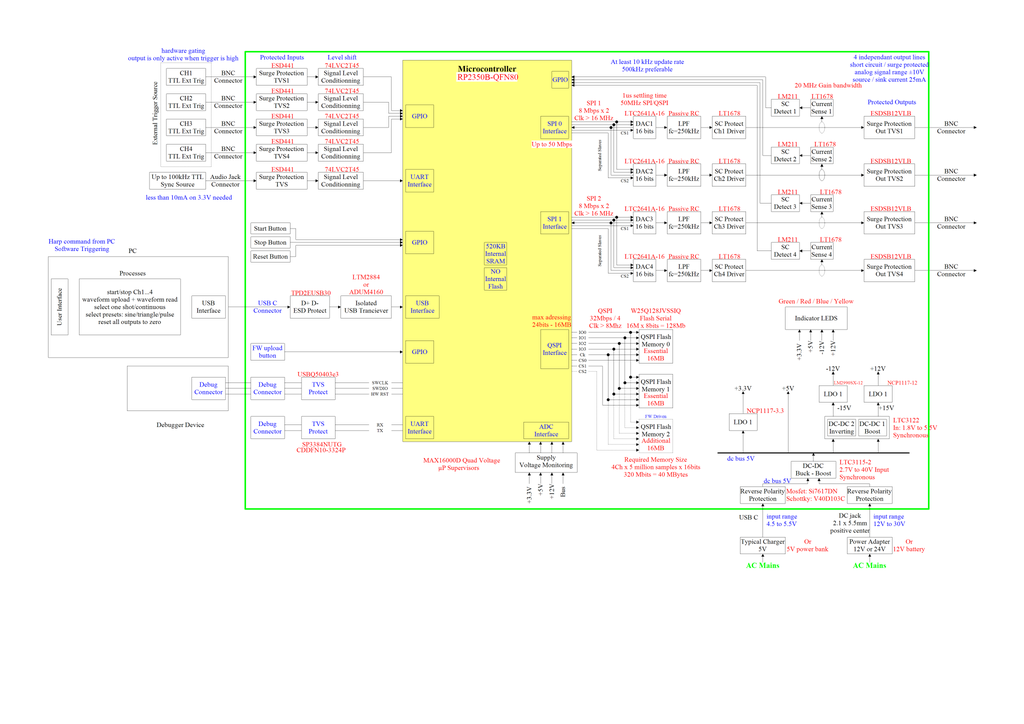
<source format=kicad_sch>
(kicad_sch (version 20250114) (generator "eeschema") (generator_version "9.0")
  (paper "A4")
  (title_block (title "harp device quad dac") (date "2025-07-15") (rev "1.1") (company "The Allen Institute") (comment 1 "Hexabitz"))
  (lib_symbols)
  (image (at 148.59 89.408) (scale 0.273967))
)
</source>
